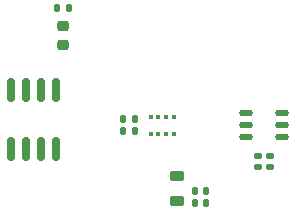
<source format=gbr>
%TF.GenerationSoftware,KiCad,Pcbnew,(6.0.0-0)*%
%TF.CreationDate,2022-03-03T22:17:19-05:00*%
%TF.ProjectId,temp_hum,74656d70-5f68-4756-9d2e-6b696361645f,rev?*%
%TF.SameCoordinates,Original*%
%TF.FileFunction,Paste,Top*%
%TF.FilePolarity,Positive*%
%FSLAX46Y46*%
G04 Gerber Fmt 4.6, Leading zero omitted, Abs format (unit mm)*
G04 Created by KiCad (PCBNEW (6.0.0-0)) date 2022-03-03 22:17:19*
%MOMM*%
%LPD*%
G01*
G04 APERTURE LIST*
G04 Aperture macros list*
%AMRoundRect*
0 Rectangle with rounded corners*
0 $1 Rounding radius*
0 $2 $3 $4 $5 $6 $7 $8 $9 X,Y pos of 4 corners*
0 Add a 4 corners polygon primitive as box body*
4,1,4,$2,$3,$4,$5,$6,$7,$8,$9,$2,$3,0*
0 Add four circle primitives for the rounded corners*
1,1,$1+$1,$2,$3*
1,1,$1+$1,$4,$5*
1,1,$1+$1,$6,$7*
1,1,$1+$1,$8,$9*
0 Add four rect primitives between the rounded corners*
20,1,$1+$1,$2,$3,$4,$5,0*
20,1,$1+$1,$4,$5,$6,$7,0*
20,1,$1+$1,$6,$7,$8,$9,0*
20,1,$1+$1,$8,$9,$2,$3,0*%
G04 Aperture macros list end*
%ADD10O,1.185000X0.560000*%
%ADD11RoundRect,0.135000X0.135000X0.185000X-0.135000X0.185000X-0.135000X-0.185000X0.135000X-0.185000X0*%
%ADD12RoundRect,0.140000X-0.170000X0.140000X-0.170000X-0.140000X0.170000X-0.140000X0.170000X0.140000X0*%
%ADD13RoundRect,0.140000X-0.140000X-0.170000X0.140000X-0.170000X0.140000X0.170000X-0.140000X0.170000X0*%
%ADD14RoundRect,0.218750X-0.381250X0.218750X-0.381250X-0.218750X0.381250X-0.218750X0.381250X0.218750X0*%
%ADD15RoundRect,0.150000X0.150000X-0.825000X0.150000X0.825000X-0.150000X0.825000X-0.150000X-0.825000X0*%
%ADD16RoundRect,0.140000X0.140000X0.170000X-0.140000X0.170000X-0.140000X-0.170000X0.140000X-0.170000X0*%
%ADD17RoundRect,0.218750X-0.256250X0.218750X-0.256250X-0.218750X0.256250X-0.218750X0.256250X0.218750X0*%
%ADD18R,0.450000X0.450000*%
G04 APERTURE END LIST*
D10*
%TO.C,U1*%
X117087000Y-74660000D03*
X117087000Y-73660000D03*
X117087000Y-72660000D03*
X114053000Y-72660000D03*
X114053000Y-73660000D03*
X114053000Y-74660000D03*
%TD*%
D11*
%TO.C,R1*%
X99062000Y-63754000D03*
X98042000Y-63754000D03*
%TD*%
D12*
%TO.C,C2*%
X115062000Y-76228000D03*
X115062000Y-77188000D03*
%TD*%
D13*
%TO.C,C3*%
X109728000Y-80264000D03*
X110688000Y-80264000D03*
%TD*%
D12*
%TO.C,C5*%
X116078000Y-76228000D03*
X116078000Y-77188000D03*
%TD*%
D14*
%TO.C,FB1*%
X108176000Y-77931500D03*
X108176000Y-80056500D03*
%TD*%
D15*
%TO.C,U4*%
X94107000Y-75627000D03*
X95377000Y-75627000D03*
X96647000Y-75627000D03*
X97917000Y-75627000D03*
X97917000Y-70677000D03*
X96647000Y-70677000D03*
X95377000Y-70677000D03*
X94107000Y-70677000D03*
%TD*%
D13*
%TO.C,C1*%
X109728000Y-79248000D03*
X110688000Y-79248000D03*
%TD*%
D16*
%TO.C,C4*%
X104620000Y-73152000D03*
X103660000Y-73152000D03*
%TD*%
D17*
%TO.C,D1*%
X98552000Y-66827500D03*
X98552000Y-65252500D03*
%TD*%
D18*
%TO.C,U2*%
X105959000Y-72935000D03*
X106609000Y-72935000D03*
X107259000Y-72935000D03*
X107909000Y-72935000D03*
X107909000Y-74385000D03*
X107259000Y-74385000D03*
X106609000Y-74385000D03*
X105959000Y-74385000D03*
%TD*%
D16*
%TO.C,C6*%
X104620000Y-74168000D03*
X103660000Y-74168000D03*
%TD*%
M02*

</source>
